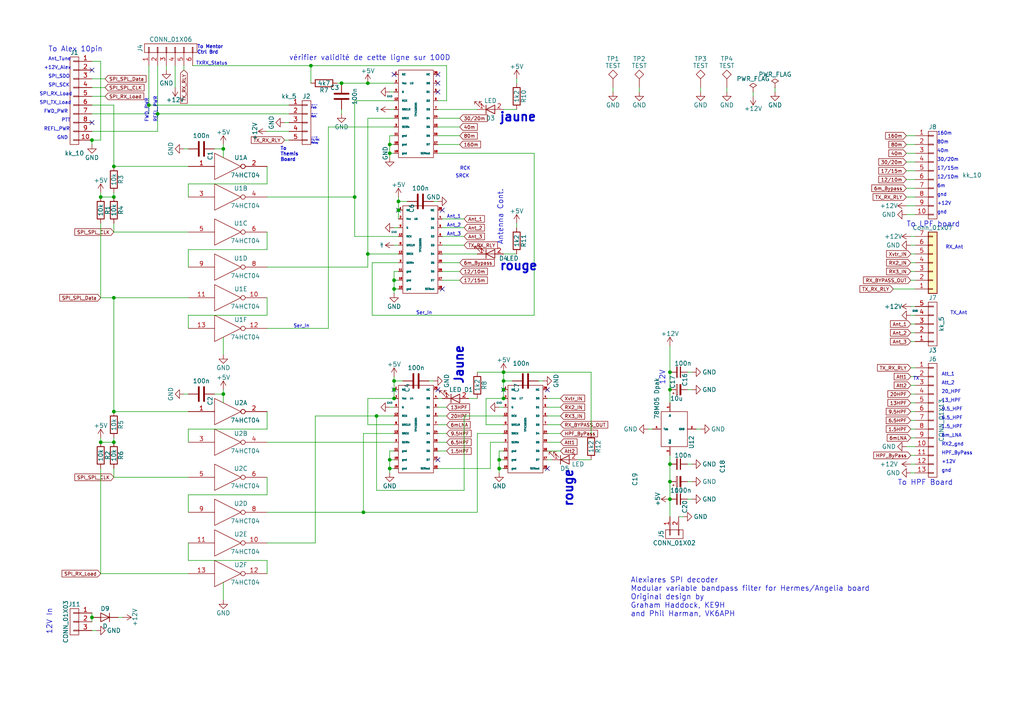
<source format=kicad_sch>
(kicad_sch (version 20230121) (generator eeschema)
  (paper "A4")
  (junction (at 114.3 110.49))
  (junction (at 29.21 57.15))
  (junction (at 102.87 57.15))
  (junction (at 106.68 73.66))
  (junction (at 146.05 113.03))
  (junction (at 194.31 139.7))
  (junction (at 99.06 24.13))
  (junction (at 26.67 179.07))
  (junction (at 29.21 128.27))
  (junction (at 194.31 134.62))
  (junction (at 26.67 40.64))
  (junction (at 113.03 41.91))
  (junction (at 45.72 33.02))
  (junction (at 146.05 107.95))
  (junction (at 114.3 115.57))
  (junction (at 144.78 135.89))
  (junction (at 114.3 83.82))
  (junction (at 146.05 110.49))
  (junction (at 64.77 43.18))
  (junction (at 194.31 144.78))
  (junction (at 113.03 135.89))
  (junction (at 109.22 120.65))
  (junction (at 113.03 133.35))
  (junction (at 114.3 113.03))
  (junction (at 115.57 60.96))
  (junction (at 33.02 86.36))
  (junction (at 33.02 48.26))
  (junction (at 33.02 128.27))
  (junction (at 90.17 19.05))
  (junction (at 105.41 148.59))
  (junction (at 106.68 24.13))
  (junction (at 64.77 114.3))
  (junction (at 113.03 44.45))
  (junction (at 115.57 58.42))
  (junction (at 146.05 115.57))
  (junction (at 43.18 30.48))
  (junction (at 144.78 133.35))
  (junction (at 114.3 81.28))
  (junction (at 194.31 107.95))
  (junction (at 33.02 119.38))
  (junction (at 194.31 113.03))
  (junction (at 33.02 57.15))
  (no_connect (at 127 21.59))
  (no_connect (at 114.3 21.59))
  (no_connect (at 127 113.03))
  (no_connect (at 158.75 113.03))
  (no_connect (at 127 26.67))
  (no_connect (at 128.27 60.96))
  (no_connect (at 128.27 83.82))
  (no_connect (at 127 24.13))
  (no_connect (at 115.57 60.96))
  (no_connect (at 26.67 35.56))
  (no_connect (at 127 133.35))
  (no_connect (at 158.75 135.89))
  (no_connect (at 114.3 113.03))
  (no_connect (at 146.05 113.03))
  (no_connect (at 26.67 20.32))
  (wire (pts (xy 43.18 33.02) (xy 26.67 33.02)))
  (wire (pts (xy 34.29 179.07) (xy 35.56 179.07)))
  (wire (pts (xy 102.87 29.21) (xy 102.87 57.15)))
  (wire (pts (xy 83.82 33.02) (xy 45.72 33.02)))
  (wire (pts (xy 26.67 17.78) (xy 29.21 17.78)))
  (wire (pts (xy 177.8 25.4) (xy 177.8 26.67)))
  (wire (pts (xy 129.54 120.65) (xy 127 120.65)))
  (wire (pts (xy 262.89 62.23) (xy 265.43 62.23)))
  (wire (pts (xy 77.47 91.44) (xy 54.61 91.44)))
  (wire (pts (xy 106.68 115.57) (xy 106.68 123.19)))
  (wire (pts (xy 154.94 44.45) (xy 154.94 91.44)))
  (wire (pts (xy 146.05 133.35) (xy 144.78 133.35)))
  (wire (pts (xy 133.35 39.37) (xy 127 39.37)))
  (wire (pts (xy 264.16 134.62) (xy 265.43 134.62)))
  (wire (pts (xy 138.43 148.59) (xy 105.41 148.59)))
  (wire (pts (xy 109.22 120.65) (xy 114.3 120.65)))
  (wire (pts (xy 265.43 111.76) (xy 264.16 111.76)))
  (wire (pts (xy 115.57 83.82) (xy 114.3 83.82)))
  (wire (pts (xy 200.66 107.95) (xy 199.39 107.95)))
  (wire (pts (xy 77.47 95.25) (xy 95.25 95.25)))
  (wire (pts (xy 114.3 135.89) (xy 113.03 135.89)))
  (wire (pts (xy 128.27 68.58) (xy 134.62 68.58)))
  (wire (pts (xy 90.17 24.13) (xy 90.17 19.05)))
  (wire (pts (xy 26.67 182.88) (xy 27.94 182.88)))
  (wire (pts (xy 154.94 91.44) (xy 107.95 91.44)))
  (wire (pts (xy 200.66 134.62) (xy 199.39 134.62)))
  (wire (pts (xy 102.87 57.15) (xy 102.87 68.58)))
  (wire (pts (xy 54.61 72.39) (xy 54.61 77.47)))
  (wire (pts (xy 264.16 114.3) (xy 265.43 114.3)))
  (wire (pts (xy 30.48 27.94) (xy 26.67 27.94)))
  (wire (pts (xy 264.16 116.84) (xy 265.43 116.84)))
  (wire (pts (xy 114.3 133.35) (xy 113.03 133.35)))
  (wire (pts (xy 133.35 81.28) (xy 128.27 81.28)))
  (wire (pts (xy 138.43 115.57) (xy 135.89 115.57)))
  (wire (pts (xy 114.3 83.82) (xy 114.3 85.09)))
  (wire (pts (xy 127 135.89) (xy 142.24 135.89)))
  (wire (pts (xy 102.87 68.58) (xy 115.57 68.58)))
  (wire (pts (xy 133.35 41.91) (xy 127 41.91)))
  (wire (pts (xy 138.43 73.66) (xy 128.27 73.66)))
  (wire (pts (xy 146.05 107.95) (xy 171.45 107.95)))
  (wire (pts (xy 106.68 77.47) (xy 77.47 77.47)))
  (wire (pts (xy 113.03 44.45) (xy 113.03 45.72)))
  (wire (pts (xy 185.42 25.4) (xy 185.42 26.67)))
  (wire (pts (xy 149.86 64.77) (xy 149.86 66.04)))
  (wire (pts (xy 53.34 19.05) (xy 53.34 20.32)))
  (wire (pts (xy 115.57 57.15) (xy 115.57 58.42)))
  (wire (pts (xy 264.16 99.06) (xy 265.43 99.06)))
  (wire (pts (xy 264.16 132.08) (xy 265.43 132.08)))
  (wire (pts (xy 162.56 120.65) (xy 158.75 120.65)))
  (wire (pts (xy 33.02 67.31) (xy 33.02 64.77)))
  (wire (pts (xy 114.3 113.03) (xy 114.3 115.57)))
  (wire (pts (xy 77.47 48.26) (xy 77.47 53.34)))
  (wire (pts (xy 33.02 86.36) (xy 54.61 86.36)))
  (wire (pts (xy 26.67 177.8) (xy 26.67 179.07)))
  (wire (pts (xy 64.77 43.18) (xy 64.77 45.72)))
  (wire (pts (xy 134.62 120.65) (xy 134.62 142.24)))
  (wire (pts (xy 115.57 71.12) (xy 114.3 71.12)))
  (wire (pts (xy 77.47 162.56) (xy 54.61 162.56)))
  (wire (pts (xy 77.47 143.51) (xy 54.61 143.51)))
  (wire (pts (xy 77.47 67.31) (xy 77.47 72.39)))
  (wire (pts (xy 45.72 38.1) (xy 26.67 38.1)))
  (wire (pts (xy 114.3 29.21) (xy 102.87 29.21)))
  (wire (pts (xy 106.68 34.29) (xy 114.3 34.29)))
  (wire (pts (xy 43.18 19.05) (xy 43.18 30.48)))
  (wire (pts (xy 262.89 49.53) (xy 265.43 49.53)))
  (wire (pts (xy 26.67 179.07) (xy 26.67 180.34)))
  (wire (pts (xy 262.89 59.69) (xy 265.43 59.69)))
  (wire (pts (xy 48.26 20.32) (xy 48.26 19.05)))
  (wire (pts (xy 146.05 128.27) (xy 142.24 128.27)))
  (wire (pts (xy 194.31 144.78) (xy 194.31 149.86)))
  (wire (pts (xy 264.16 76.2) (xy 265.43 76.2)))
  (wire (pts (xy 109.22 142.24) (xy 109.22 120.65)))
  (wire (pts (xy 224.79 25.4) (xy 224.79 26.67)))
  (wire (pts (xy 77.47 72.39) (xy 54.61 72.39)))
  (wire (pts (xy 54.61 162.56) (xy 54.61 157.48)))
  (wire (pts (xy 264.16 93.98) (xy 265.43 93.98)))
  (wire (pts (xy 54.61 91.44) (xy 54.61 95.25)))
  (wire (pts (xy 33.02 48.26) (xy 54.61 48.26)))
  (wire (pts (xy 77.47 57.15) (xy 102.87 57.15)))
  (wire (pts (xy 115.57 58.42) (xy 115.57 60.96)))
  (wire (pts (xy 127 29.21) (xy 129.54 29.21)))
  (wire (pts (xy 262.89 129.54) (xy 265.43 129.54)))
  (wire (pts (xy 106.68 73.66) (xy 106.68 77.47)))
  (wire (pts (xy 115.57 66.04) (xy 114.3 66.04)))
  (wire (pts (xy 265.43 83.82) (xy 259.08 83.82)))
  (wire (pts (xy 64.77 168.91) (xy 64.77 173.99)))
  (wire (pts (xy 264.16 73.66) (xy 265.43 73.66)))
  (wire (pts (xy 105.41 125.73) (xy 105.41 148.59)))
  (wire (pts (xy 115.57 60.96) (xy 115.57 63.5)))
  (wire (pts (xy 54.61 53.34) (xy 54.61 57.15)))
  (wire (pts (xy 29.21 166.37) (xy 54.61 166.37)))
  (wire (pts (xy 262.89 44.45) (xy 265.43 44.45)))
  (wire (pts (xy 133.35 78.74) (xy 128.27 78.74)))
  (wire (pts (xy 138.43 125.73) (xy 138.43 148.59)))
  (wire (pts (xy 158.75 123.19) (xy 162.56 123.19)))
  (wire (pts (xy 262.89 54.61) (xy 265.43 54.61)))
  (wire (pts (xy 114.3 110.49) (xy 114.3 113.03)))
  (wire (pts (xy 198.12 149.86) (xy 196.85 149.86)))
  (wire (pts (xy 146.05 107.95) (xy 146.05 110.49)))
  (wire (pts (xy 45.72 33.02) (xy 45.72 38.1)))
  (wire (pts (xy 77.47 86.36) (xy 77.47 91.44)))
  (wire (pts (xy 167.64 133.35) (xy 171.45 133.35)))
  (wire (pts (xy 114.3 109.22) (xy 114.3 110.49)))
  (wire (pts (xy 264.16 96.52) (xy 265.43 96.52)))
  (wire (pts (xy 64.77 41.91) (xy 64.77 43.18)))
  (wire (pts (xy 194.31 107.95) (xy 194.31 113.03)))
  (wire (pts (xy 133.35 34.29) (xy 127 34.29)))
  (wire (pts (xy 210.82 25.4) (xy 210.82 26.67)))
  (wire (pts (xy 33.02 127) (xy 33.02 128.27)))
  (wire (pts (xy 113.03 135.89) (xy 113.03 137.16)))
  (wire (pts (xy 62.23 114.3) (xy 64.77 114.3)))
  (wire (pts (xy 114.3 81.28) (xy 114.3 83.82)))
  (wire (pts (xy 144.78 130.81) (xy 144.78 133.35)))
  (wire (pts (xy 91.44 120.65) (xy 91.44 157.48)))
  (wire (pts (xy 29.21 64.77) (xy 29.21 86.36)))
  (wire (pts (xy 107.95 76.2) (xy 115.57 76.2)))
  (wire (pts (xy 264.16 88.9) (xy 265.43 88.9)))
  (wire (pts (xy 64.77 114.3) (xy 64.77 116.84)))
  (wire (pts (xy 264.16 121.92) (xy 265.43 121.92)))
  (wire (pts (xy 138.43 31.75) (xy 127 31.75)))
  (wire (pts (xy 264.16 119.38) (xy 265.43 119.38)))
  (wire (pts (xy 194.31 100.33) (xy 194.31 107.95)))
  (wire (pts (xy 77.47 53.34) (xy 54.61 53.34)))
  (wire (pts (xy 106.68 24.13) (xy 114.3 24.13)))
  (wire (pts (xy 158.75 130.81) (xy 162.56 130.81)))
  (wire (pts (xy 146.05 120.65) (xy 134.62 120.65)))
  (wire (pts (xy 264.16 127) (xy 265.43 127)))
  (wire (pts (xy 64.77 113.03) (xy 64.77 114.3)))
  (wire (pts (xy 113.03 130.81) (xy 113.03 133.35)))
  (wire (pts (xy 29.21 128.27) (xy 29.21 127)))
  (wire (pts (xy 33.02 119.38) (xy 54.61 119.38)))
  (wire (pts (xy 200.66 113.03) (xy 199.39 113.03)))
  (wire (pts (xy 146.05 113.03) (xy 146.05 115.57)))
  (wire (pts (xy 77.47 166.37) (xy 77.47 162.56)))
  (wire (pts (xy 194.31 134.62) (xy 194.31 139.7)))
  (wire (pts (xy 140.97 115.57) (xy 146.05 115.57)))
  (wire (pts (xy 115.57 81.28) (xy 114.3 81.28)))
  (wire (pts (xy 203.2 25.4) (xy 203.2 26.67)))
  (wire (pts (xy 128.27 66.04) (xy 134.62 66.04)))
  (wire (pts (xy 29.21 86.36) (xy 33.02 86.36)))
  (wire (pts (xy 26.67 30.48) (xy 33.02 30.48)))
  (wire (pts (xy 146.05 135.89) (xy 144.78 135.89)))
  (wire (pts (xy 118.11 58.42) (xy 115.57 58.42)))
  (wire (pts (xy 146.05 73.66) (xy 149.86 73.66)))
  (wire (pts (xy 146.05 110.49) (xy 146.05 113.03)))
  (wire (pts (xy 200.66 139.7) (xy 199.39 139.7)))
  (wire (pts (xy 194.31 139.7) (xy 194.31 144.78)))
  (wire (pts (xy 62.23 43.18) (xy 64.77 43.18)))
  (wire (pts (xy 129.54 125.73) (xy 127 125.73)))
  (wire (pts (xy 29.21 57.15) (xy 29.21 55.88)))
  (wire (pts (xy 45.72 19.05) (xy 45.72 33.02)))
  (wire (pts (xy 265.43 81.28) (xy 264.16 81.28)))
  (wire (pts (xy 158.75 128.27) (xy 162.56 128.27)))
  (wire (pts (xy 146.05 130.81) (xy 144.78 130.81)))
  (wire (pts (xy 264.16 91.44) (xy 265.43 91.44)))
  (wire (pts (xy 160.02 133.35) (xy 158.75 133.35)))
  (wire (pts (xy 129.54 123.19) (xy 127 123.19)))
  (wire (pts (xy 144.78 133.35) (xy 144.78 135.89)))
  (wire (pts (xy 200.66 144.78) (xy 199.39 144.78)))
  (wire (pts (xy 262.89 46.99) (xy 265.43 46.99)))
  (wire (pts (xy 264.16 137.16) (xy 265.43 137.16)))
  (wire (pts (xy 29.21 17.78) (xy 29.21 40.64)))
  (wire (pts (xy 129.54 130.81) (xy 127 130.81)))
  (wire (pts (xy 128.27 115.57) (xy 127 115.57)))
  (wire (pts (xy 262.89 41.91) (xy 265.43 41.91)))
  (wire (pts (xy 140.97 123.19) (xy 140.97 115.57)))
  (wire (pts (xy 50.8 19.05) (xy 50.8 25.4)))
  (wire (pts (xy 129.54 128.27) (xy 127 128.27)))
  (wire (pts (xy 113.03 39.37) (xy 113.03 41.91)))
  (wire (pts (xy 82.55 35.56) (xy 83.82 35.56)))
  (wire (pts (xy 262.89 52.07) (xy 265.43 52.07)))
  (wire (pts (xy 264.16 78.74) (xy 265.43 78.74)))
  (wire (pts (xy 54.61 67.31) (xy 33.02 67.31)))
  (wire (pts (xy 114.3 41.91) (xy 113.03 41.91)))
  (wire (pts (xy 106.68 34.29) (xy 106.68 73.66)))
  (wire (pts (xy 91.44 120.65) (xy 109.22 120.65)))
  (wire (pts (xy 113.03 133.35) (xy 113.03 135.89)))
  (wire (pts (xy 77.47 119.38) (xy 77.47 124.46)))
  (wire (pts (xy 146.05 31.75) (xy 149.86 31.75)))
  (wire (pts (xy 106.68 73.66) (xy 115.57 73.66)))
  (wire (pts (xy 129.54 118.11) (xy 127 118.11)))
  (wire (pts (xy 29.21 135.89) (xy 29.21 166.37)))
  (wire (pts (xy 264.16 124.46) (xy 265.43 124.46)))
  (wire (pts (xy 30.48 25.4) (xy 26.67 25.4)))
  (wire (pts (xy 114.3 44.45) (xy 113.03 44.45)))
  (wire (pts (xy 114.3 118.11) (xy 113.03 118.11)))
  (wire (pts (xy 83.82 40.64) (xy 82.55 40.64)))
  (wire (pts (xy 114.3 26.67) (xy 113.03 26.67)))
  (wire (pts (xy 83.82 30.48) (xy 43.18 30.48)))
  (wire (pts (xy 127 44.45) (xy 154.94 44.45)))
  (wire (pts (xy 90.17 19.05) (xy 55.88 19.05)))
  (wire (pts (xy 218.44 26.67) (xy 218.44 27.94)))
  (wire (pts (xy 33.02 55.88) (xy 33.02 57.15)))
  (wire (pts (xy 33.02 57.15) (xy 29.21 57.15)))
  (wire (pts (xy 146.05 125.73) (xy 138.43 125.73)))
  (wire (pts (xy 54.61 143.51) (xy 54.61 148.59)))
  (wire (pts (xy 114.3 115.57) (xy 106.68 115.57)))
  (wire (pts (xy 124.46 110.49) (xy 125.73 110.49)))
  (wire (pts (xy 43.18 30.48) (xy 43.18 33.02)))
  (wire (pts (xy 54.61 114.3) (xy 53.34 114.3)))
  (wire (pts (xy 105.41 125.73) (xy 114.3 125.73)))
  (wire (pts (xy 201.93 124.46) (xy 203.2 124.46)))
  (wire (pts (xy 134.62 142.24) (xy 109.22 142.24)))
  (wire (pts (xy 114.3 31.75) (xy 113.03 31.75)))
  (wire (pts (xy 125.73 58.42) (xy 127 58.42)))
  (wire (pts (xy 91.44 157.48) (xy 77.47 157.48)))
  (wire (pts (xy 95.25 36.83) (xy 114.3 36.83)))
  (wire (pts (xy 107.95 91.44) (xy 107.95 76.2)))
  (wire (pts (xy 114.3 78.74) (xy 114.3 81.28)))
  (wire (pts (xy 162.56 118.11) (xy 158.75 118.11)))
  (wire (pts (xy 97.79 24.13) (xy 99.06 24.13)))
  (wire (pts (xy 95.25 95.25) (xy 95.25 36.83)))
  (wire (pts (xy 162.56 125.73) (xy 158.75 125.73)))
  (wire (pts (xy 133.35 76.2) (xy 128.27 76.2)))
  (wire (pts (xy 171.45 107.95) (xy 171.45 125.73)))
  (wire (pts (xy 54.61 124.46) (xy 54.61 128.27)))
  (wire (pts (xy 77.47 138.43) (xy 77.47 143.51)))
  (wire (pts (xy 162.56 115.57) (xy 158.75 115.57)))
  (wire (pts (xy 148.59 110.49) (xy 146.05 110.49)))
  (wire (pts (xy 114.3 130.81) (xy 113.03 130.81)))
  (wire (pts (xy 194.31 113.03) (xy 194.31 116.84)))
  (wire (pts (xy 129.54 29.21) (xy 129.54 19.05)))
  (wire (pts (xy 54.61 43.18) (xy 53.34 43.18)))
  (wire (pts (xy 129.54 19.05) (xy 90.17 19.05)))
  (wire (pts (xy 156.21 110.49) (xy 157.48 110.49)))
  (wire (pts (xy 54.61 138.43) (xy 33.02 138.43)))
  (wire (pts (xy 116.84 110.49) (xy 114.3 110.49)))
  (wire (pts (xy 33.02 86.36) (xy 33.02 119.38)))
  (wire (pts (xy 33.02 30.48) (xy 33.02 48.26)))
  (wire (pts (xy 144.78 118.11) (xy 146.05 118.11)))
  (wire (pts (xy 133.35 36.83) (xy 127 36.83)))
  (wire (pts (xy 114.3 39.37) (xy 113.03 39.37)))
  (wire (pts (xy 113.03 41.91) (xy 113.03 44.45)))
  (wire (pts (xy 189.23 124.46) (xy 187.96 124.46)))
  (wire (pts (xy 64.77 97.79) (xy 64.77 102.87)))
  (wire (pts (xy 26.67 40.64) (xy 26.67 41.91)))
  (wire (pts (xy 105.41 148.59) (xy 77.47 148.59)))
  (wire (pts (xy 194.31 132.08) (xy 194.31 134.62)))
  (wire (pts (xy 83.82 38.1) (xy 77.47 38.1)))
  (wire (pts (xy 115.57 78.74) (xy 114.3 78.74)))
  (wire (pts (xy 146.05 123.19) (xy 140.97 123.19)))
  (wire (pts (xy 265.43 106.68) (xy 264.16 106.68)))
  (wire (pts (xy 144.78 135.89) (xy 144.78 137.16)))
  (wire (pts (xy 142.24 128.27) (xy 142.24 135.89)))
  (wire (pts (xy 99.06 24.13) (xy 106.68 24.13)))
  (wire (pts (xy 29.21 40.64) (xy 26.67 40.64)))
  (wire (pts (xy 265.43 109.22) (xy 264.16 109.22)))
  (wire (pts (xy 138.43 107.95) (xy 146.05 107.95)))
  (wire (pts (xy 77.47 128.27) (xy 114.3 128.27)))
  (wire (pts (xy 264.16 68.58) (xy 265.43 68.58)))
  (wire (pts (xy 128.27 63.5) (xy 134.62 63.5)))
  (wire (pts (xy 149.86 22.86) (xy 149.86 24.13)))
  (wire (pts (xy 99.06 31.75) (xy 99.06 33.02)))
  (wire (pts (xy 30.48 22.86) (xy 26.67 22.86)))
  (wire (pts (xy 264.16 71.12) (xy 265.43 71.12)))
  (wire (pts (xy 33.02 138.43) (xy 33.02 135.89)))
  (wire (pts (xy 77.47 124.46) (xy 54.61 124.46)))
  (wire (pts (xy 128.27 71.12) (xy 134.62 71.12)))
  (wire (pts (xy 33.02 128.27) (xy 29.21 128.27)))
  (wire (pts (xy 262.89 57.15) (xy 265.43 57.15)))
  (wire (pts (xy 106.68 123.19) (xy 114.3 123.19)))
  (wire (pts (xy 262.89 39.37) (xy 265.43 39.37)))
  (text "GND\n" (at 16.51 40.64 0) (effects (font (size 0.9906 0.9906)) (justify left bottom)))
  (text "rouge\n" (at 166.37 147.32 90) (effects (font (size 2.54 2.54) (thickness 0.508) bold) (justify left bottom)))
  (text "RCK\n" (at 133.35 49.53 0) (effects (font (size 0.9906 0.9906)) (justify left bottom)))
  (text "Att_2" (at 273.05 111.76 0) (effects (font (size 0.9906 0.9906)) (justify left bottom)))
  (text "jaune\n" (at 144.78 35.56 0) (effects (font (size 2.54 2.54) (thickness 0.508) bold) (justify left bottom)))
  (text "REFL_PWR\n" (at 12.7 38.1 0) (effects (font (size 0.9906 0.9906)) (justify left bottom)))
  (text "12/10m" (at 271.78 52.07 0) (effects (font (size 0.9906 0.9906)) (justify left bottom)))
  (text "Att_1\n" (at 273.05 109.22 0) (effects (font (size 0.9906 0.9906)) (justify left bottom)))
  (text "HPF_ByPass" (at 273.05 132.08 0) (effects (font (size 0.9906 0.9906)) (justify left bottom)))
  (text "-->\nTX/RX\nRelay" (at 90.17 41.91 0) (effects (font (size 0.508 0.508)) (justify left bottom)))
  (text "Ant_2" (at 129.54 66.04 0) (effects (font (size 0.9906 0.9906)) (justify left bottom)))
  (text "SPI_RX_Load" (at 11.43 27.94 0) (effects (font (size 0.9906 0.9906)) (justify left bottom)))
  (text "RX_Ant\n" (at 279.4 72.39 0) (effects (font (size 0.9906 0.9906)) (justify right bottom)))
  (text "TX" (at 266.7 110.49 0) (effects (font (size 0.9906 0.9906)) (justify right bottom)))
  (text "TX_Ant" (at 275.59 91.44 0) (effects (font (size 0.9906 0.9906)) (justify left bottom)))
  (text "REFL_PWR" (at 45.72 35.56 90) (effects (font (size 0.9906 0.9906)) (justify left bottom)))
  (text "SPI_TX_Load\n" (at 11.43 30.48 0) (effects (font (size 0.9906 0.9906)) (justify left bottom)))
  (text "To LPF board" (at 262.89 66.04 0) (effects (font (size 1.524 1.524)) (justify left bottom)))
  (text "Ant_Tune" (at 13.97 17.78 0) (effects (font (size 0.9906 0.9906)) (justify left bottom)))
  (text "To Mentor\nCtrl Brd\n\n\n" (at 57.15 19.05 0) (effects (font (size 0.9906 0.9906) (thickness 0.1981) bold) (justify left bottom)))
  (text "80m\n" (at 271.78 41.91 0) (effects (font (size 0.9906 0.9906)) (justify left bottom)))
  (text "Ant_3\n" (at 129.54 68.58 0) (effects (font (size 0.9906 0.9906)) (justify left bottom)))
  (text "Ant_1\n" (at 129.54 63.5 0) (effects (font (size 0.9906 0.9906)) (justify left bottom)))
  (text "17/15m\n" (at 271.78 49.53 0) (effects (font (size 0.9906 0.9906)) (justify left bottom)))
  (text "Ser_In" (at 120.65 91.44 0) (effects (font (size 0.9906 0.9906)) (justify left bottom)))
  (text "12V In" (at 15.24 184.15 90) (effects (font (size 1.524 1.524)) (justify left bottom)))
  (text "To Alex 10pin\n" (at 13.97 15.24 0) (effects (font (size 1.4986 1.4986)) (justify left bottom)))
  (text "<--\nRefl" (at 90.17 34.29 0) (effects (font (size 0.508 0.508)) (justify left bottom)))
  (text "40m\n" (at 271.78 44.45 0) (effects (font (size 0.9906 0.9906)) (justify left bottom)))
  (text "<--\nFWD" (at 90.17 31.75 0) (effects (font (size 0.508 0.508)) (justify left bottom)))
  (text "gnd\n" (at 271.78 62.23 0) (effects (font (size 0.9906 0.9906)) (justify left bottom)))
  (text "Jaune" (at 134.62 111.76 90) (effects (font (size 2.54 2.54) (thickness 0.508) bold) (justify left bottom)))
  (text "FWD_PWR" (at 12.7 33.02 0) (effects (font (size 0.9906 0.9906)) (justify left bottom)))
  (text "TXRX_Status" (at 66.04 19.05 0) (effects (font (size 0.9906 0.9906)) (justify right bottom)))
  (text "PTT" (at 17.78 35.56 0) (effects (font (size 0.9906 0.9906)) (justify left bottom)))
  (text "gnd\n" (at 271.78 57.15 0) (effects (font (size 0.9906 0.9906)) (justify left bottom)))
  (text "gnd\n" (at 273.05 137.16 0) (effects (font (size 0.9906 0.9906)) (justify left bottom)))
  (text "RX2_gnd" (at 273.05 129.54 0) (effects (font (size 0.9906 0.9906)) (justify left bottom)))
  (text "rouge" (at 144.78 78.74 0) (effects (font (size 2.54 2.54) (thickness 0.508) bold) (justify left bottom)))
  (text "+12V_Alex" (at 12.7 20.32 0) (effects (font (size 0.9906 0.9906)) (justify left bottom)))
  (text "13_HPF" (at 273.05 116.84 0) (effects (font (size 0.9906 0.9906)) (justify left bottom)))
  (text "SPI_SDO\n" (at 13.97 22.86 0) (effects (font (size 0.9906 0.9906)) (justify left bottom)))
  (text "vérifier validité de cette ligne sur 100D\n" (at 83.82 17.78 0) (effects (font (size 1.524 1.524)) (justify left bottom)))
  (text "SPI_SCK\n" (at 13.97 25.4 0) (effects (font (size 0.9906 0.9906)) (justify left bottom)))
  (text "Ser_In" (at 85.09 95.25 0) (effects (font (size 0.9906 0.9906)) (justify left bottom)))
  (text "Antenna Cont." (at 146.05 71.12 90) (effects (font (size 1.524 1.524)) (justify left bottom)))
  (text "To HPF Board" (at 260.35 140.97 0) (effects (font (size 1.524 1.524)) (justify left bottom)))
  (text "6m_LNA\n" (at 273.05 127 0) (effects (font (size 0.9906 0.9906)) (justify left bottom)))
  (text "1.5_HPF\n" (at 273.05 124.46 0) (effects (font (size 0.9906 0.9906)) (justify left bottom)))
  (text "30/20m\n" (at 271.78 46.99 0) (effects (font (size 0.9906 0.9906)) (justify left bottom)))
  (text "+12V\n" (at 271.78 59.69 0) (effects (font (size 0.9906 0.9906)) (justify left bottom)))
  (text "SRCK\n\n" (at 132.08 53.34 0) (effects (font (size 0.9906 0.9906)) (justify left bottom)))
  (text "6m" (at 271.78 54.61 0) (effects (font (size 0.9906 0.9906)) (justify left bottom)))
  (text "6.5_HPF" (at 273.05 121.92 0) (effects (font (size 0.9906 0.9906)) (justify left bottom)))
  (text "Alexiares SPI decoder\nModular variable bandpass filter for Hermes/Angelia board\nOriginal design by \nGraham Haddock, KE9H\nand Phil Harman, VK6APH" (at 182.88 179.07 0) (effects (font (size 1.524 1.524)) (justify left bottom)))
  (text "+12V\n" (at 273.05 134.62 0) (effects (font (size 0.9906 0.9906)) (justify left bottom)))
  (text "20_HPF\n" (at 273.05 114.3 0) (effects (font (size 0.9906 0.9906)) (justify left bottom)))
  (text "9.5_HPF" (at 273.05 119.38 0) (effects (font (size 0.9906 0.9906)) (justify left bottom)))
  (text "12V\n" (at 193.04 111.76 90) (effects (font (size 1.524 1.524)) (justify left bottom)))
  (text "FWD_PWR\n" (at 43.18 35.56 90) (effects (font (size 0.9906 0.9906)) (justify left bottom)))
  (text "To\nThemis\nBoard" (at 81.28 46.99 0) (effects (font (size 0.9906 0.9906) (thickness 0.1981) bold) (justify left bottom)))
  (text "160m" (at 271.78 39.37 0) (effects (font (size 0.9906 0.9906)) (justify left bottom)))
  (global_label "Att2" (shape input) (at 264.16 111.76 180) (effects (font (size 0.9906 0.9906))) (property "Intersheetrefs" "${INTERSHEET_REFS}" (effects hide)))
  (global_label "80m" (shape input) (at 262.89 41.91 180) (effects (font (size 0.9906 0.9906))) (property "Intersheetrefs" "${INTERSHEET_REFS}" (effects hide)))
  (global_label "SPI_SPL_CLK" (shape input) (at 33.02 138.43 180) (effects (font (size 0.9906 0.9906))) (property "Intersheetrefs" "${INTERSHEET_REFS}" (effects hide)))
  (global_label "Xvtr_IN" (shape input) (at 162.56 115.57 0) (effects (font (size 0.9906 0.9906))) (property "Intersheetrefs" "${INTERSHEET_REFS}" (effects hide)))
  (global_label "13HPF" (shape input) (at 264.16 116.84 180) (effects (font (size 0.9906 0.9906))) (property "Intersheetrefs" "${INTERSHEET_REFS}" (effects hide)))
  (global_label "Ant_1" (shape input) (at 134.62 63.5 0) (effects (font (size 0.9906 0.9906))) (property "Intersheetrefs" "${INTERSHEET_REFS}" (effects hide)))
  (global_label "40m" (shape input) (at 262.89 44.45 180) (effects (font (size 0.9906 0.9906))) (property "Intersheetrefs" "${INTERSHEET_REFS}" (effects hide)))
  (global_label "SPI_RX_Load" (shape input) (at 30.48 27.94 0) (effects (font (size 0.9906 0.9906))) (property "Intersheetrefs" "${INTERSHEET_REFS}" (effects hide)))
  (global_label "RX2_IN" (shape input) (at 162.56 118.11 0) (effects (font (size 0.9906 0.9906))) (property "Intersheetrefs" "${INTERSHEET_REFS}" (effects hide)))
  (global_label "160m" (shape input) (at 133.35 41.91 0) (effects (font (size 0.9906 0.9906))) (property "Intersheetrefs" "${INTERSHEET_REFS}" (effects hide)))
  (global_label "1.5HPF" (shape input) (at 264.16 124.46 180) (effects (font (size 0.9906 0.9906))) (property "Intersheetrefs" "${INTERSHEET_REFS}" (effects hide)))
  (global_label "160m" (shape input) (at 262.89 39.37 180) (effects (font (size 0.9906 0.9906))) (property "Intersheetrefs" "${INTERSHEET_REFS}" (effects hide)))
  (global_label "13HPF" (shape input) (at 129.54 118.11 0) (effects (font (size 0.9906 0.9906))) (property "Intersheetrefs" "${INTERSHEET_REFS}" (effects hide)))
  (global_label "12/10m" (shape input) (at 133.35 78.74 0) (effects (font (size 0.9906 0.9906))) (property "Intersheetrefs" "${INTERSHEET_REFS}" (effects hide)))
  (global_label "SPI_SPL_Data" (shape input) (at 29.21 86.36 180) (effects (font (size 0.9906 0.9906))) (property "Intersheetrefs" "${INTERSHEET_REFS}" (effects hide)))
  (global_label "Ant_2" (shape input) (at 264.16 96.52 180) (effects (font (size 0.9906 0.9906))) (property "Intersheetrefs" "${INTERSHEET_REFS}" (effects hide)))
  (global_label "RX2_IN" (shape input) (at 264.16 76.2 180) (effects (font (size 0.9906 0.9906))) (property "Intersheetrefs" "${INTERSHEET_REFS}" (effects hide)))
  (global_label "20HPF" (shape input) (at 129.54 120.65 0) (effects (font (size 0.9906 0.9906))) (property "Intersheetrefs" "${INTERSHEET_REFS}" (effects hide)))
  (global_label "Ant_2" (shape input) (at 134.62 66.04 0) (effects (font (size 0.9906 0.9906))) (property "Intersheetrefs" "${INTERSHEET_REFS}" (effects hide)))
  (global_label "6mLNA" (shape input) (at 264.16 127 180) (effects (font (size 0.9906 0.9906))) (property "Intersheetrefs" "${INTERSHEET_REFS}" (effects hide)))
  (global_label "RX_BYPASS_OUT" (shape input) (at 264.16 81.28 180) (effects (font (size 0.9906 0.9906))) (property "Intersheetrefs" "${INTERSHEET_REFS}" (effects hide)))
  (global_label "TX_RX_RLY" (shape input) (at 262.89 57.15 180) (effects (font (size 0.9906 0.9906))) (property "Intersheetrefs" "${INTERSHEET_REFS}" (effects hide)))
  (global_label "SPI_SPL_CLK" (shape input) (at 30.48 25.4 0) (effects (font (size 0.9906 0.9906))) (property "Intersheetrefs" "${INTERSHEET_REFS}" (effects hide)))
  (global_label "RX_BYPASS_OUT" (shape input) (at 162.56 123.19 0) (effects (font (size 0.9906 0.9906))) (property "Intersheetrefs" "${INTERSHEET_REFS}" (effects hide)))
  (global_label "TX_RX_RLY" (shape input) (at 53.34 20.32 270) (effects (font (size 0.9906 0.9906))) (property "Intersheetrefs" "${INTERSHEET_REFS}" (effects hide)))
  (global_label "Att1" (shape input) (at 264.16 109.22 180) (effects (font (size 0.9906 0.9906))) (property "Intersheetrefs" "${INTERSHEET_REFS}" (effects hide)))
  (global_label "SPI_SPL_CLK" (shape input) (at 33.02 67.31 180) (effects (font (size 0.9906 0.9906))) (property "Intersheetrefs" "${INTERSHEET_REFS}" (effects hide)))
  (global_label "TX_RX_RLY" (shape input) (at 264.16 106.68 180) (effects (font (size 0.9906 0.9906))) (property "Intersheetrefs" "${INTERSHEET_REFS}" (effects hide)))
  (global_label "6m_Bypass" (shape input) (at 262.89 54.61 180) (effects (font (size 0.9906 0.9906))) (property "Intersheetrefs" "${INTERSHEET_REFS}" (effects hide)))
  (global_label "17/15m" (shape input) (at 262.89 49.53 180) (effects (font (size 0.9906 0.9906))) (property "Intersheetrefs" "${INTERSHEET_REFS}" (effects hide)))
  (global_label "12/10m" (shape input) (at 262.89 52.07 180) (effects (font (size 0.9906 0.9906))) (property "Intersheetrefs" "${INTERSHEET_REFS}" (effects hide)))
  (global_label "9.5HPF" (shape input) (at 264.16 119.38 180) (effects (font (size 0.9906 0.9906))) (property "Intersheetrefs" "${INTERSHEET_REFS}" (effects hide)))
  (global_label "Att1" (shape input) (at 162.56 128.27 0) (effects (font (size 0.9906 0.9906))) (property "Intersheetrefs" "${INTERSHEET_REFS}" (effects hide)))
  (global_label "40m" (shape input) (at 133.35 36.83 0) (effects (font (size 0.9906 0.9906))) (property "Intersheetrefs" "${INTERSHEET_REFS}" (effects hide)))
  (global_label "TX_RX_RLY" (shape input) (at 259.08 83.82 180) (effects (font (size 0.9906 0.9906))) (property "Intersheetrefs" "${INTERSHEET_REFS}" (effects hide)))
  (global_label "RX3_IN" (shape input) (at 264.16 78.74 180) (effects (font (size 0.9906 0.9906))) (property "Intersheetrefs" "${INTERSHEET_REFS}" (effects hide)))
  (global_label "Ant_3" (shape input) (at 134.62 68.58 0) (effects (font (size 0.9906 0.9906))) (property "Intersheetrefs" "${INTERSHEET_REFS}" (effects hide)))
  (global_label "30/20m" (shape input) (at 133.35 34.29 0) (effects (font (size 0.9906 0.9906))) (property "Intersheetrefs" "${INTERSHEET_REFS}" (effects hide)))
  (global_label "9.5HPF" (shape input) (at 129.54 125.73 0) (effects (font (size 0.9906 0.9906))) (property "Intersheetrefs" "${INTERSHEET_REFS}" (effects hide)))
  (global_label "Xvtr_IN" (shape input) (at 264.16 73.66 180) (effects (font (size 0.9906 0.9906))) (property "Intersheetrefs" "${INTERSHEET_REFS}" (effects hide)))
  (global_label "6mLNA" (shape input) (at 129.54 123.19 0) (effects (font (size 0.9906 0.9906))) (property "Intersheetrefs" "${INTERSHEET_REFS}" (effects hide)))
  (global_label "6.5HPF" (shape input) (at 264.16 121.92 180) (effects (font (size 0.9906 0.9906))) (property "Intersheetrefs" "${INTERSHEET_REFS}" (effects hide)))
  (global_label "SPI_RX_Load" (shape input) (at 29.21 166.37 180) (effects (font (size 0.9906 0.9906))) (property "Intersheetrefs" "${INTERSHEET_REFS}" (effects hide)))
  (global_label "SPI_SPL_Data" (shape input) (at 30.48 22.86 0) (effects (font (size 0.9906 0.9906))) (property "Intersheetrefs" "${INTERSHEET_REFS}" (effects hide)))
  (global_label "20HPF" (shape input) (at 264.16 114.3 180) (effects (font (size 0.9906 0.9906))) (property "Intersheetrefs" "${INTERSHEET_REFS}" (effects hide)))
  (global_label "Ant_3" (shape input) (at 264.16 99.06 180) (effects (font (size 0.9906 0.9906))) (property "Intersheetrefs" "${INTERSHEET_REFS}" (effects hide)))
  (global_label "TX_RX_RLY" (shape input) (at 134.62 71.12 0) (effects (font (size 0.9906 0.9906))) (property "Intersheetrefs" "${INTERSHEET_REFS}" (effects hide)))
  (global_label "1.5HPF" (shape input) (at 129.54 130.81 0) (effects (font (size 0.9906 0.9906))) (property "Intersheetrefs" "${INTERSHEET_REFS}" (effects hide)))
  (global_label "HPF_ByPass" (shape input) (at 162.56 125.73 0) (effects (font (size 0.9906 0.9906))) (property "Intersheetrefs" "${INTERSHEET_REFS}" (effects hide)))
  (global_label "Att2" (shape input) (at 162.56 130.81 0) (effects (font (size 0.9906 0.9906))) (property "Intersheetrefs" "${INTERSHEET_REFS}" (effects hide)))
  (global_label "RX3_IN" (shape input) (at 162.56 120.65 0) (effects (font (size 0.9906 0.9906))) (property "Intersheetrefs" "${INTERSHEET_REFS}" (effects hide)))
  (global_label "6.5HPF" (shape input) (at 129.54 128.27 0) (effects (font (size 0.9906 0.9906))) (property "Intersheetrefs" "${INTERSHEET_REFS}" (effects hide)))
  (global_label "30/20m" (shape input) (at 262.89 46.99 180) (effects (font (size 0.9906 0.9906))) (property "Intersheetrefs" "${INTERSHEET_REFS}" (effects hide)))
  (global_label "17/15m" (shape input) (at 133.35 81.28 0) (effects (font (size 0.9906 0.9906))) (property "Intersheetrefs" "${INTERSHEET_REFS}" (effects hide)))
  (global_label "TX_RX_RLY" (shape input) (at 82.55 40.64 180) (effects (font (size 0.9906 0.9906))) (property "Intersheetrefs" "${INTERSHEET_REFS}" (effects hide)))
  (global_label "HPF_ByPass" (shape input) (at 264.16 132.08 180) (effects (font (size 0.9906 0.9906))) (property "Intersheetrefs" "${INTERSHEET_REFS}" (effects hide)))
  (global_label "80m" (shape input) (at 133.35 39.37 0) (effects (font (size 0.9906 0.9906))) (property "Intersheetrefs" "${INTERSHEET_REFS}" (effects hide)))
  (global_label "Ant_1" (shape input) (at 264.16 93.98 180) (effects (font (size 0.9906 0.9906))) (property "Intersheetrefs" "${INTERSHEET_REFS}" (effects hide)))
  (global_label "6m_Bypass" (shape input) (at 133.35 76.2 0) (effects (font (size 0.9906 0.9906))) (property "Intersheetrefs" "${INTERSHEET_REFS}" (effects hide)))
  (symbol (lib_id "Alexandrie-rescue:CONN_01X10") (at 21.59 29.21 0) (mirror y) (unit 1)
    (property "Reference" "J1" (at 21.59 15.24 0))
    (property "Value" "kk_10" (at 21.59 44.45 0))
    (property "Footprint" "conn_kk100:kk100_22-23-2101" (effects hide))
  )
  (symbol (lib_id "Alexandrie-rescue:CONN_01X05") (at 88.9 35.56 0) (unit 1)
    (property "Reference" "J2" (at 88.9 27.94 0))
    (property "Value" "kk_5" (at 83.82 27.94 0))
    (property "Footprint" "conn_kk100:kk100_22-23-2051" (effects hide))
  )
  (symbol (lib_id "Alexandrie-rescue:74HCT04") (at 66.04 48.26 0) (unit 1)
    (property "Reference" "U1" (at 69.85 45.72 0))
    (property "Value" "74HCT04" (at 71.12 50.8 0))
    (property "Footprint" "Housings_SOIC:SOIC-14_3.9x8.7mm_Pitch1.27mm" (effects hide))
  )
  (symbol (lib_id "Alexandrie-rescue:74HCT04") (at 66.04 57.15 0) (unit 2)
    (property "Reference" "U1" (at 69.85 54.61 0))
    (property "Value" "74HCT04" (at 71.12 59.69 0))
    (property "Footprint" "Housings_SOIC:SOIC-14_3.9x8.7mm_Pitch1.27mm" (effects hide))
  )
  (symbol (lib_id "Alexandrie-rescue:74HCT04") (at 66.04 77.47 0) (unit 4)
    (property "Reference" "U1" (at 69.85 74.93 0))
    (property "Value" "74HCT04" (at 71.12 80.01 0))
    (property "Footprint" "Housings_SOIC:SOIC-14_3.9x8.7mm_Pitch1.27mm" (effects hide))
  )
  (symbol (lib_id "Alexandrie-rescue:74HCT04") (at 66.04 86.36 0) (unit 5)
    (property "Reference" "U1" (at 69.85 83.82 0))
    (property "Value" "74HCT04" (at 71.12 88.9 0))
    (property "Footprint" "Housings_SOIC:SOIC-14_3.9x8.7mm_Pitch1.27mm" (effects hide))
  )
  (symbol (lib_id "Alexandrie-rescue:74HCT04") (at 66.04 95.25 0) (unit 6)
    (property "Reference" "U1" (at 69.85 92.71 0))
    (property "Value" "74HCT04" (at 71.12 97.79 0))
    (property "Footprint" "Housings_SOIC:SOIC-14_3.9x8.7mm_Pitch1.27mm" (effects hide))
  )
  (symbol (lib_id "Alexandrie-rescue:R") (at 33.02 52.07 0) (unit 1)
    (property "Reference" "R3" (at 35.052 52.07 90))
    (property "Value" "10k" (at 33.02 52.07 90))
    (property "Footprint" "Resistors_SMD:R_0805_HandSoldering" (effects hide))
  )
  (symbol (lib_id "Alexandrie-rescue:R") (at 33.02 60.96 0) (unit 1)
    (property "Reference" "R4" (at 35.052 60.96 90))
    (property "Value" "10k" (at 33.02 60.96 90))
    (property "Footprint" "Resistors_SMD:R_0805_HandSoldering" (effects hide))
  )
  (symbol (lib_id "Alexandrie-rescue:R") (at 29.21 60.96 0) (unit 1)
    (property "Reference" "R1" (at 31.242 60.96 90))
    (property "Value" "10k" (at 29.21 60.96 90))
    (property "Footprint" "Resistors_SMD:R_0805_HandSoldering" (effects hide))
  )
  (symbol (lib_id "Alexandrie-rescue:74HCT04") (at 66.04 67.31 0) (unit 3)
    (property "Reference" "U1" (at 69.85 64.77 0))
    (property "Value" "74HCT04" (at 71.12 69.85 0))
    (property "Footprint" "Housings_SOIC:SOIC-14_3.9x8.7mm_Pitch1.27mm" (effects hide))
  )
  (symbol (lib_id "Alexandrie-rescue:GND") (at 26.67 41.91 0) (unit 1)
    (property "Reference" "#PWR01" (effects hide))
    (property "Value" "GND" (at 26.67 45.72 0))
  )
  (symbol (lib_id "Alexandrie-rescue:GND") (at 224.79 26.67 0) (unit 1)
    (property "Reference" "#PWR02" (effects hide))
    (property "Value" "GND" (at 224.79 30.48 0))
  )
  (symbol (lib_id "Alexandrie-rescue:GND") (at 48.26 20.32 0) (unit 1)
    (property "Reference" "#PWR03" (effects hide))
    (property "Value" "GND" (at 48.26 24.13 0))
  )
  (symbol (lib_id "Alexandrie-rescue:+12V") (at 50.8 25.4 180) (unit 1)
    (property "Reference" "#PWR04" (effects hide))
    (property "Value" "+12V" (at 50.8 28.956 0))
  )
  (symbol (lib_id "Alexandrie-rescue:GND") (at 64.77 102.87 0) (unit 1)
    (property "Reference" "#PWR05" (effects hide))
    (property "Value" "GND" (at 64.77 106.68 0))
  )
  (symbol (lib_id "Alexandrie-rescue:+5V") (at 64.77 41.91 0) (unit 1)
    (property "Reference" "#PWR06" (effects hide))
    (property "Value" "+5V" (at 64.77 38.354 0))
  )
  (symbol (lib_id "Alexandrie-rescue:C") (at 58.42 43.18 270) (unit 1)
    (property "Reference" "C1" (at 60.96 43.815 0) (effects (justify left)))
    (property "Value" "100n" (at 55.88 39.37 90) (effects (justify left)))
    (property "Footprint" "Capacitors_SMD:C_0805_HandSoldering" (effects hide))
  )
  (symbol (lib_id "Alexandrie-rescue:GND") (at 53.34 43.18 270) (unit 1)
    (property "Reference" "#PWR07" (effects hide))
    (property "Value" "GND" (at 49.53 43.18 0))
  )
  (symbol (lib_id "Alexandrie-rescue:R") (at 33.02 123.19 0) (unit 1)
    (property "Reference" "R5" (at 35.052 123.19 90))
    (property "Value" "10k" (at 33.02 123.19 90))
    (property "Footprint" "Resistors_SMD:R_0805_HandSoldering" (effects hide))
  )
  (symbol (lib_id "Alexandrie-rescue:R") (at 33.02 132.08 0) (unit 1)
    (property "Reference" "R6" (at 35.052 132.08 90))
    (property "Value" "10k" (at 33.02 132.08 90))
    (property "Footprint" "Resistors_SMD:R_0805_HandSoldering" (effects hide))
  )
  (symbol (lib_id "Alexandrie-rescue:GND") (at 64.77 173.99 0) (unit 1)
    (property "Reference" "#PWR08" (effects hide))
    (property "Value" "GND" (at 64.77 177.8 0))
  )
  (symbol (lib_id "Alexandrie-rescue:+5V") (at 64.77 113.03 0) (unit 1)
    (property "Reference" "#PWR09" (effects hide))
    (property "Value" "+5V" (at 64.77 109.474 0))
  )
  (symbol (lib_id "Alexandrie-rescue:C") (at 58.42 114.3 270) (unit 1)
    (property "Reference" "C2" (at 60.96 114.935 0) (effects (justify left)))
    (property "Value" "100n" (at 55.88 110.49 90) (effects (justify left)))
    (property "Footprint" "Capacitors_SMD:C_0805_HandSoldering" (effects hide))
  )
  (symbol (lib_id "Alexandrie-rescue:GND") (at 53.34 114.3 270) (unit 1)
    (property "Reference" "#PWR010" (effects hide))
    (property "Value" "GND" (at 49.53 114.3 0))
  )
  (symbol (lib_id "Alexandrie-rescue:R") (at 29.21 132.08 0) (unit 1)
    (property "Reference" "R2" (at 31.242 132.08 90))
    (property "Value" "10k" (at 29.21 132.08 90))
    (property "Footprint" "Resistors_SMD:R_0805_HandSoldering" (effects hide))
  )
  (symbol (lib_id "Alexandrie-rescue:+5V") (at 29.21 127 0) (unit 1)
    (property "Reference" "#PWR011" (effects hide))
    (property "Value" "+5V" (at 29.21 123.444 0))
  )
  (symbol (lib_id "Alexandrie-rescue:74HCT04") (at 66.04 119.38 0) (unit 1)
    (property "Reference" "U2" (at 69.85 116.84 0))
    (property "Value" "74HCT04" (at 71.12 121.92 0))
    (property "Footprint" "Housings_SOIC:SOIC-14_3.9x8.7mm_Pitch1.27mm" (effects hide))
  )
  (symbol (lib_id "Alexandrie-rescue:74HCT04") (at 66.04 138.43 0) (unit 3)
    (property "Reference" "U2" (at 69.85 135.89 0))
    (property "Value" "74HCT04" (at 71.12 140.97 0))
    (property "Footprint" "Housings_SOIC:SOIC-14_3.9x8.7mm_Pitch1.27mm" (effects hide))
  )
  (symbol (lib_id "Alexandrie-rescue:74HCT04") (at 66.04 148.59 0) (unit 4)
    (property "Reference" "U2" (at 69.85 146.05 0))
    (property "Value" "74HCT04" (at 71.12 151.13 0))
    (property "Footprint" "Housings_SOIC:SOIC-14_3.9x8.7mm_Pitch1.27mm" (effects hide))
  )
  (symbol (lib_id "Alexandrie-rescue:74HCT04") (at 66.04 157.48 0) (unit 5)
    (property "Reference" "U2" (at 69.85 154.94 0))
    (property "Value" "74HCT04" (at 71.12 160.02 0))
    (property "Footprint" "Housings_SOIC:SOIC-14_3.9x8.7mm_Pitch1.27mm" (effects hide))
  )
  (symbol (lib_id "Alexandrie-rescue:74HCT04") (at 66.04 166.37 0) (unit 6)
    (property "Reference" "U2" (at 69.85 163.83 0))
    (property "Value" "74HCT04" (at 71.12 168.91 0))
    (property "Footprint" "Housings_SOIC:SOIC-14_3.9x8.7mm_Pitch1.27mm" (effects hide))
  )
  (symbol (lib_id "Alexandrie-rescue:GND") (at 113.03 137.16 0) (unit 1)
    (property "Reference" "#PWR012" (effects hide))
    (property "Value" "GND" (at 113.03 140.97 0))
  )
  (symbol (lib_id "Alexandrie-rescue:GND") (at 144.78 137.16 0) (unit 1)
    (property "Reference" "#PWR013" (effects hide))
    (property "Value" "GND" (at 144.78 140.97 0))
  )
  (symbol (lib_id "Alexandrie-rescue:+5V") (at 114.3 109.22 0) (mirror y) (unit 1)
    (property "Reference" "#PWR014" (effects hide))
    (property "Value" "+5V" (at 114.3 105.664 0))
  )
  (symbol (lib_id "Alexandrie-rescue:C") (at 120.65 110.49 90) (mirror x) (unit 1)
    (property "Reference" "C4" (at 118.11 111.125 0) (effects (justify left)))
    (property "Value" "100n" (at 123.19 106.68 90) (effects (justify left)))
    (property "Footprint" "Capacitors_SMD:C_0805_HandSoldering" (effects hide))
  )
  (symbol (lib_id "Alexandrie-rescue:GND") (at 125.73 110.49 90) (mirror x) (unit 1)
    (property "Reference" "#PWR015" (effects hide))
    (property "Value" "GND" (at 129.54 110.49 0))
  )
  (symbol (lib_id "Alexandrie-rescue:+5V") (at 146.05 107.95 0) (mirror y) (unit 1)
    (property "Reference" "#PWR016" (effects hide))
    (property "Value" "+5V" (at 146.05 104.394 0))
  )
  (symbol (lib_id "Alexandrie-rescue:C") (at 152.4 110.49 90) (mirror x) (unit 1)
    (property "Reference" "C7" (at 149.86 111.125 0) (effects (justify left)))
    (property "Value" "100n" (at 153.67 105.41 90) (effects (justify left)))
    (property "Footprint" "Capacitors_SMD:C_0805_HandSoldering" (effects hide))
  )
  (symbol (lib_id "Alexandrie-rescue:GND") (at 157.48 110.49 90) (mirror x) (unit 1)
    (property "Reference" "#PWR017" (effects hide))
    (property "Value" "GND" (at 161.29 110.49 0))
  )
  (symbol (lib_id "Alexandrie-rescue:GND") (at 113.03 118.11 270) (unit 1)
    (property "Reference" "#PWR018" (effects hide))
    (property "Value" "GND" (at 113.03 116.84 90) (effects (font (size 0.508 0.508))))
  )
  (symbol (lib_id "Alexandrie-rescue:GND") (at 144.78 118.11 270) (unit 1)
    (property "Reference" "#PWR019" (effects hide))
    (property "Value" "GND" (at 144.78 116.84 90) (effects (font (size 0.508 0.508))))
  )
  (symbol (lib_id "Alexandrie-rescue:LED") (at 132.08 115.57 0) (mirror x) (unit 1)
    (property "Reference" "D1" (at 135.89 113.03 0))
    (property "Value" "LED" (at 132.08 113.03 0))
    (property "Footprint" "smd_leds:Led_1206" (effects hide))
  )
  (symbol (lib_id "Alexandrie-rescue:R") (at 138.43 111.76 0) (unit 1)
    (property "Reference" "R8" (at 140.462 111.76 90))
    (property "Value" "1k2" (at 138.43 111.76 90))
    (property "Footprint" "Resistors_SMD:R_0805_HandSoldering" (effects hide))
  )
  (symbol (lib_id "Alexandrie-rescue:LED") (at 163.83 133.35 0) (mirror x) (unit 1)
    (property "Reference" "D5" (at 163.83 135.89 0))
    (property "Value" "LED" (at 167.64 134.62 0))
    (property "Footprint" "smd_leds:Led_1206" (effects hide))
  )
  (symbol (lib_id "Alexandrie-rescue:R") (at 171.45 129.54 0) (unit 1)
    (property "Reference" "R12" (at 173.482 129.54 90))
    (property "Value" "1k2" (at 171.45 129.54 90))
    (property "Footprint" "Resistors_SMD:R_0805_HandSoldering" (effects hide))
  )
  (symbol (lib_id "Alexandrie-rescue:CP_Small") (at 196.85 139.7 90) (unit 1)
    (property "Reference" "C19" (at 184.15 140.97 0) (effects (justify left)))
    (property "Value" "10u" (at 198.12 142.24 90) (effects (justify left)))
    (property "Footprint" "Capacitors_Tantalum_SMD:CP_Tantalum_Case-C_EIA-6032-28_Hand" (effects hide))
  )
  (symbol (lib_id "Alexandrie-rescue:C_Small") (at 196.85 134.62 270) (unit 1)
    (property "Reference" "C18" (at 209.55 133.35 0) (effects (justify left)))
    (property "Value" "100n" (at 195.58 132.08 90) (effects (justify left)))
    (property "Footprint" "Capacitors_SMD:C_0805_HandSoldering" (effects hide))
  )
  (symbol (lib_id "Alexandrie-rescue:CP_Small") (at 196.85 113.03 90) (unit 1)
    (property "Reference" "C17" (at 195.072 112.776 0) (effects (justify left)))
    (property "Value" "10u" (at 198.12 115.57 90) (effects (justify left)))
    (property "Footprint" "Capacitors_Tantalum_SMD:CP_Tantalum_Case-C_EIA-6032-28_Hand" (effects hide))
  )
  (symbol (lib_id "Alexandrie-rescue:C_Small") (at 196.85 107.95 270) (unit 1)
    (property "Reference" "C16" (at 198.628 108.204 0) (effects (justify left)))
    (property "Value" "100n" (at 195.58 105.41 90) (effects (justify left)))
    (property "Footprint" "Capacitors_SMD:C_0805_HandSoldering" (effects hide))
  )
  (symbol (lib_id "Alexandrie-rescue:C_Small") (at 196.85 144.78 270) (unit 1)
    (property "Reference" "C20" (at 198.628 145.034 0) (effects (justify left)))
    (property "Value" "100n" (at 195.58 142.24 90) (effects (justify left)))
    (property "Footprint" "Capacitors_SMD:C_0805_HandSoldering" (effects hide))
  )
  (symbol (lib_id "Alexandrie-rescue:GND") (at 200.66 107.95 90) (unit 1)
    (property "Reference" "#PWR036" (effects hide))
    (property "Value" "GND" (at 205.74 107.95 90))
  )
  (symbol (lib_id "Alexandrie-rescue:GND") (at 200.66 134.62 90) (unit 1)
    (property "Reference" "#PWR037" (effects hide))
    (property "Value" "GND" (at 205.74 134.62 90))
  )
  (symbol (lib_id "Alexandrie-rescue:GND") (at 200.66 139.7 90) (unit 1)
    (property "Reference" "#PWR038" (effects hide))
    (property "Value" "GND" (at 205.74 139.7 90))
  )
  (symbol (lib_id "Alexandrie-rescue:GND") (at 200.66 144.78 90) (unit 1)
    (property "Reference" "#PWR039" (effects hide))
    (property "Value" "GND" (at 205.74 144.78 90))
  )
  (symbol (lib_id "Alexandrie-rescue:GND") (at 203.2 124.46 90) (unit 1)
    (property "Reference" "#PWR040" (effects hide))
    (property "Value" "GND" (at 208.28 124.46 90))
  )
  (symbol (lib_id "Alexandrie-rescue:GND") (at 187.96 124.46 270) (unit 1)
    (property "Reference" "#PWR041" (effects hide))
    (property "Value" "GND" (at 182.88 124.46 90))
  )
  (symbol (lib_id "Alexandrie-rescue:GND") (at 200.66 113.03 90) (unit 1)
    (property "Reference" "#PWR042" (effects hide))
    (property "Value" "GND" (at 205.74 113.03 90))
  )
  (symbol (lib_id "Alexandrie-rescue:CONN_01X02") (at 195.58 154.94 90) (mirror x) (unit 1)
    (property "Reference" "J5" (at 191.77 154.94 0))
    (property "Value" "CONN_01X02" (at 195.58 157.48 90))
    (property "Footprint" "conn_kk100:kk100_22-23-2021" (effects hide))
  )
  (symbol (lib_id "Alexandrie-rescue:GND") (at 198.12 149.86 90) (unit 1)
    (property "Reference" "#PWR043" (effects hide))
    (property "Value" "GND" (at 203.2 149.86 90))
  )
  (symbol (lib_id "Alexandrie-rescue:CONN_01X10") (at 270.51 50.8 0) (unit 1)
    (property "Reference" "J8" (at 270.51 36.83 0))
    (property "Value" "kk_10" (at 281.94 50.8 0))
    (property "Footprint" "conn_kk100:kk100_22-23-2101" (effects hide))
  )
  (symbol (lib_id "Alexandrie-rescue:+12V") (at 264.16 134.62 90) (unit 1)
    (property "Reference" "#PWR020" (effects hide))
    (property "Value" "+12V" (at 257.81 134.62 90))
  )
  (symbol (lib_id "Alexandrie-rescue:GND") (at 264.16 137.16 270) (unit 1)
    (property "Reference" "#PWR021" (effects hide))
    (property "Value" "GND" (at 259.08 137.16 90))
  )
  (symbol (lib_id "Alexandrie-rescue:+12V") (at 262.89 59.69 90) (unit 1)
    (property "Reference" "#PWR022" (effects hide))
    (property "Value" "+12V" (at 257.81 59.69 90))
  )
  (symbol (lib_id "Alexandrie-rescue:GND") (at 262.89 62.23 270) (unit 1)
    (property "Reference" "#PWR023" (effects hide))
    (property "Value" "GND" (at 257.81 62.23 90))
  )
  (symbol (lib_id "Alexandrie-rescue:74HCT04") (at 66.04 128.27 0) (unit 2)
    (property "Reference" "U2" (at 69.85 125.73 0))
    (property "Value" "74HCT04" (at 71.12 130.81 0))
    (property "Footprint" "Housings_SOIC:SOIC-14_3.9x8.7mm_Pitch1.27mm" (effects hide))
  )
  (symbol (lib_id "Alexandrie-rescue:+5V") (at 115.57 57.15 0) (mirror y) (unit 1)
    (property "Reference" "#PWR024" (effects hide))
    (property "Value" "+5V" (at 115.57 53.594 0))
  )
  (symbol (lib_id "Alexandrie-rescue:C") (at 121.92 58.42 90) (mirror x) (unit 1)
    (property "Reference" "C6" (at 119.38 59.055 0) (effects (justify left)))
    (property "Value" "100n" (at 124.46 54.61 90) (effects (justify left)))
    (property "Footprint" "Capacitors_SMD:C_0805_HandSoldering" (effects hide))
  )
  (symbol (lib_id "Alexandrie-rescue:GND") (at 127 58.42 90) (mirror x) (unit 1)
    (property "Reference" "#PWR025" (effects hide))
    (property "Value" "GND" (at 125.73 57.15 90))
  )
  (symbol (lib_id "Alexandrie-rescue:+5V") (at 106.68 24.13 0) (mirror y) (unit 1)
    (property "Reference" "#PWR026" (effects hide))
    (property "Value" "+5V" (at 106.68 20.574 0))
  )
  (symbol (lib_id "Alexandrie-rescue:LED") (at 142.24 73.66 0) (mirror x) (unit 1)
    (property "Reference" "D4" (at 146.05 74.93 0))
    (property "Value" "LED" (at 148.59 74.93 0))
    (property "Footprint" "smd_leds:Led_1206" (effects hide))
  )
  (symbol (lib_id "Alexandrie-rescue:R") (at 149.86 69.85 0) (unit 1)
    (property "Reference" "R11" (at 151.892 69.85 90))
    (property "Value" "1k2" (at 149.86 69.85 90))
    (property "Footprint" "Resistors_SMD:R_0805_HandSoldering" (effects hide))
  )
  (symbol (lib_id "Alexandrie-rescue:+5V") (at 149.86 64.77 0) (mirror y) (unit 1)
    (property "Reference" "#PWR027" (effects hide))
    (property "Value" "+5V" (at 149.86 61.214 0))
  )
  (symbol (lib_id "Alexandrie-rescue:LED") (at 142.24 31.75 0) (mirror x) (unit 1)
    (property "Reference" "D3" (at 142.24 34.29 0))
    (property "Value" "LED" (at 142.24 29.21 0))
    (property "Footprint" "smd_leds:Led_1206" (effects hide))
  )
  (symbol (lib_id "Alexandrie-rescue:R") (at 149.86 27.94 0) (unit 1)
    (property "Reference" "R10" (at 151.892 27.94 90))
    (property "Value" "1k2" (at 149.86 27.94 90))
    (property "Footprint" "Resistors_SMD:R_0805_HandSoldering" (effects hide))
  )
  (symbol (lib_id "Alexandrie-rescue:+5V") (at 149.86 22.86 0) (mirror y) (unit 1)
    (property "Reference" "#PWR028" (effects hide))
    (property "Value" "+5V" (at 149.86 19.304 0))
  )
  (symbol (lib_id "Alexandrie-rescue:GND") (at 113.03 45.72 0) (unit 1)
    (property "Reference" "#PWR029" (effects hide))
    (property "Value" "GND" (at 111.76 44.45 90))
  )
  (symbol (lib_id "Alexandrie-rescue:GND") (at 114.3 85.09 0) (unit 1)
    (property "Reference" "#PWR030" (effects hide))
    (property "Value" "GND" (at 114.3 88.9 0))
  )
  (symbol (lib_id "Alexandrie-rescue:GND") (at 114.3 66.04 270) (unit 1)
    (property "Reference" "#PWR031" (effects hide))
    (property "Value" "GND" (at 114.3 67.31 90) (effects (font (size 0.508 0.508))))
  )
  (symbol (lib_id "Alexandrie-rescue:GND") (at 113.03 26.67 270) (unit 1)
    (property "Reference" "#PWR032" (effects hide))
    (property "Value" "GND" (at 113.03 27.94 90) (effects (font (size 0.508 0.508))))
  )
  (symbol (lib_id "Alexandrie-rescue:+5V") (at 114.3 71.12 90) (mirror x) (unit 1)
    (property "Reference" "#PWR033" (effects hide))
    (property "Value" "+5V" (at 110.744 71.12 0) (effects (font (size 0.508 0.508))))
  )
  (symbol (lib_id "Alexandrie-rescue:+5V") (at 113.03 31.75 90) (mirror x) (unit 1)
    (property "Reference" "#PWR034" (effects hide))
    (property "Value" "+5V" (at 109.474 31.75 0) (effects (font (size 0.508 0.508))))
  )
  (symbol (lib_id "Alexandrie-rescue:R") (at 93.98 24.13 270) (unit 1)
    (property "Reference" "R7" (at 93.98 26.162 90))
    (property "Value" "4k7" (at 93.98 24.13 90))
    (property "Footprint" "Resistors_SMD:R_0805_HandSoldering" (effects hide))
  )
  (symbol (lib_id "Alexandrie-rescue:PWR_FLAG") (at 224.79 25.4 0) (unit 1)
    (property "Reference" "#FLG035" (effects hide))
    (property "Value" "PWR_FLAG" (at 224.79 21.59 0))
  )
  (symbol (lib_id "Alexandrie-rescue:C") (at 99.06 27.94 0) (mirror y) (unit 1)
    (property "Reference" "C3" (at 98.425 25.4 0) (effects (justify left)))
    (property "Value" "100n" (at 102.87 30.48 90) (effects (justify left)))
    (property "Footprint" "Capacitors_SMD:C_0805_HandSoldering" (effects hide))
  )
  (symbol (lib_id "Alexandrie-rescue:GND") (at 99.06 33.02 0) (mirror y) (unit 1)
    (property "Reference" "#PWR044" (effects hide))
    (property "Value" "GND" (at 99.06 36.83 0))
  )
  (symbol (lib_id "Alexandrie-rescue:CONN_01X06") (at 49.53 13.97 90) (unit 1)
    (property "Reference" "J4" (at 40.64 13.97 0))
    (property "Value" "CONN_01X06" (at 49.53 11.43 90))
    (property "Footprint" "conn_kk100:kk100_22-23-2061" (effects hide))
  )
  (symbol (lib_id "Alexandrie-rescue:GND") (at 82.55 35.56 270) (unit 1)
    (property "Reference" "#PWR045" (effects hide))
    (property "Value" "GND" (at 78.74 35.56 0))
  )
  (symbol (lib_id "Alexandrie-rescue:+12V") (at 77.47 38.1 90) (unit 1)
    (property "Reference" "#PWR046" (effects hide))
    (property "Value" "+12V" (at 73.914 38.1 0))
  )
  (symbol (lib_id "tpic6b595:TPIC6B595") (at 120.65 31.75 0) (unit 1)
    (property "Reference" "U3" (at 119.38 24.13 0) (effects (font (size 0.508 0.508))))
    (property "Value" "TPIC6B595" (at 120.65 31.75 90) (effects (font (size 0.508 0.508))))
    (property "Footprint" "Housings_SOIC:SO-20_12.8x7.5mm_Pitch1.27mm" (effects hide))
  )
  (symbol (lib_id "tpic6b595:TPIC6B595") (at 121.92 71.12 0) (unit 1)
    (property "Reference" "U6" (at 120.65 63.5 0) (effects (font (size 0.508 0.508))))
    (property "Value" "TPIC6B595" (at 121.92 71.12 90) (effects (font (size 0.508 0.508))))
    (property "Footprint" "Housings_SOIC:SO-20_12.8x7.5mm_Pitch1.27mm" (effects hide))
  )
  (symbol (lib_id "tpic6b595:TPIC6B595") (at 120.65 123.19 0) (unit 1)
    (property "Reference" "U4" (at 119.38 115.57 0) (effects (font (size 0.508 0.508))))
    (property "Value" "TPIC6B595" (at 120.65 123.19 90) (effects (font (size 0.508 0.508))))
    (property "Footprint" "Housings_SOIC:SO-20_12.8x7.5mm_Pitch1.27mm" (effects hide))
  )
  (symbol (lib_id "tpic6b595:TPIC6B595") (at 152.4 123.19 0) (unit 1)
    (property "Reference" "U7" (at 151.13 115.57 0) (effects (font (size 0.508 0.508))))
    (property "Value" "TPIC6B595" (at 152.4 123.19 90) (effects (font (size 0.508 0.508))))
    (property "Footprint" "Housings_SOIC:SO-20_12.8x7.5mm_Pitch1.27mm" (effects hide))
  )
  (symbol (lib_id "Alexandrie-rescue:TEST") (at 177.8 25.4 0) (unit 1)
    (property "Reference" "TP1" (at 177.8 17.78 0) (effects (justify bottom)))
    (property "Value" "TEST" (at 177.8 19.05 0))
    (property "Footprint" "Mounting_Holes:MountingHole_3.5mm_Pad" (effects hide))
  )
  (symbol (lib_id "Alexandrie-rescue:TEST") (at 185.42 25.4 0) (unit 1)
    (property "Reference" "TP2" (at 185.42 17.78 0) (effects (justify bottom)))
    (property "Value" "TEST" (at 185.42 19.05 0))
    (property "Footprint" "Mounting_Holes:MountingHole_3.5mm_Pad" (effects hide))
  )
  (symbol (lib_id "Alexandrie-rescue:GND") (at 185.42 26.67 0) (unit 1)
    (property "Reference" "#PWR047" (effects hide))
    (property "Value" "GND" (at 185.42 30.48 0))
  )
  (symbol (lib_id "Alexandrie-rescue:GND") (at 177.8 26.67 0) (unit 1)
    (property "Reference" "#PWR048" (effects hide))
    (property "Value" "GND" (at 177.8 30.48 0))
  )
  (symbol (lib_id "Alexandrie-rescue:+12V") (at 194.31 100.33 0) (unit 1)
    (property "Reference" "#PWR049" (effects hide))
    (property "Value" "+12V" (at 194.31 96.774 0))
  )
  (symbol (lib_id "7805d-pack:7805D-Pack") (at 195.58 124.46 90) (mirror x) (unit 1)
    (property "Reference" "U12" (at 200.5584 128.27 0))
    (property "Value" "78M05 Dpak" (at 190.5 115.57 0))
    (property "Footprint" "TO_SOT_Packages_SMD:TO-263-3_TabPin4" (effects hide))
  )
  (symbol (lib_id "Alexandrie-rescue:TEST") (at 203.2 25.4 0) (unit 1)
    (property "Reference" "TP3" (at 203.2 17.78 0) (effects (justify bottom)))
    (property "Value" "TEST" (at 203.2 19.05 0))
    (property "Footprint" "Mounting_Holes:MountingHole_3.5mm_Pad" (effects hide))
  )
  (symbol (lib_id "Alexandrie-rescue:TEST") (at 210.82 25.4 0) (unit 1)
    (property "Reference" "TP4" (at 210.82 17.78 0) (effects (justify bottom)))
    (property "Value" "TEST" (at 210.82 19.05 0))
    (property "Footprint" "Mounting_Holes:MountingHole_3.5mm_Pad" (effects hide))
  )
  (symbol (lib_id "Alexandrie-rescue:GND") (at 210.82 26.67 0) (unit 1)
    (property "Reference" "#PWR050" (effects hide))
    (property "Value" "GND" (at 210.82 30.48 0))
  )
  (symbol (lib_id "Alexandrie-rescue:GND") (at 203.2 26.67 0) (unit 1)
    (property "Reference" "#PWR051" (effects hide))
    (property "Value" "GND" (at 203.2 30.48 0))
  )
  (symbol (lib_id "Alexandrie-rescue:CONN_01X03") (at 21.59 180.34 0) (mirror y) (unit 1)
    (property "Reference" "J11" (at 21.59 175.26 0))
    (property "Value" "CONN_01X03" (at 19.05 180.34 90))
    (property "Footprint" "conn_kk100:kk100_22-23-2031" (effects hide))
  )
  (symbol (lib_id "Alexandrie-rescue:+12V") (at 35.56 179.07 270) (mirror x) (unit 1)
    (property "Reference" "#PWR052" (effects hide))
    (property "Value" "+12V" (at 39.116 179.07 0))
  )
  (symbol (lib_id "Alexandrie-rescue:GND") (at 27.94 182.88 90) (mirror x) (unit 1)
    (property "Reference" "#PWR053" (effects hide))
    (property "Value" "GND" (at 33.02 182.88 90))
  )
  (symbol (lib_id "Alexandrie-rescue:D") (at 30.48 179.07 0) (mirror y) (unit 1)
    (property "Reference" "D9" (at 30.48 176.53 0))
    (property "Value" "D" (at 30.48 181.61 0))
    (property "Footprint" "Diodes_SMD:D_SMB_Handsoldering" (effects hide))
  )
  (symbol (lib_id "Alexandrie-rescue:+12V") (at 218.44 27.94 180) (unit 1)
    (property "Reference" "#PWR054" (effects hide))
    (property "Value" "+12V" (at 218.44 31.496 0))
  )
  (symbol (lib_id "Alexandrie-rescue:PWR_FLAG") (at 218.44 26.67 0) (unit 1)
    (property "Reference" "#FLG055" (effects hide))
    (property "Value" "PWR_FLAG" (at 218.44 22.86 0))
  )
  (symbol (lib_id "Alexandrie-rescue:GND") (at 264.16 71.12 270) (mirror x) (unit 1)
    (property "Reference" "#PWR056" (effects hide))
    (property "Value" "GND" (at 259.08 71.12 90))
  )
  (symbol (lib_id "Alexandrie-rescue:+12V") (at 264.16 68.58 90) (mirror x) (unit 1)
    (property "Reference" "#PWR057" (effects hide))
    (property "Value" "+12V" (at 259.08 68.58 90))
  )
  (symbol (lib_id "Alexandrie-rescue:+5V") (at 194.31 144.78 90) (mirror x) (unit 1)
    (property "Reference" "#PWR060" (effects hide))
    (property "Value" "+5V" (at 190.754 144.78 0))
  )
  (symbol (lib_id "Alexandrie-rescue:CONN_01X05") (at 270.51 93.98 0) (mirror x) (unit 1)
    (property "Reference" "J3" (at 270.51 101.6 0))
    (property "Value" "kk_5" (at 273.05 93.98 90))
    (property "Footprint" "conn_kk100:kk100_22-23-2051" (effects hide))
  )
  (symbol (lib_id "Alexandrie-rescue:GND") (at 264.16 91.44 270) (mirror x) (unit 1)
    (property "Reference" "#PWR058" (effects hide))
    (property "Value" "GND" (at 265.43 90.17 90) (effects (font (size 0.508 0.508))))
  )
  (symbol (lib_id "Alexandrie-rescue:+12V") (at 264.16 88.9 90) (mirror x) (unit 1)
    (property "Reference" "#PWR059" (effects hide))
    (property "Value" "+12V" (at 259.08 88.9 90))
  )
  (symbol (lib_id "Alexandrie-rescue:+5V") (at 29.21 55.88 0) (unit 1)
    (property "Reference" "#PWR062" (effects hide))
    (property "Value" "+5V" (at 29.21 52.324 0))
  )
  (symbol (lib_id "Alexandrie-rescue:CONN_01X13") (at 270.51 121.92 0) (unit 1)
    (property "Reference" "J6" (at 270.51 104.14 0))
    (property "Value" "CONN_01X13" (at 273.05 121.92 90))
    (property "Footprint" "conn_kk100:kk100_22-23-2131" (effects hide))
  )
  (symbol (lib_id "Alexandrie-rescue:GND") (at 262.89 129.54 270) (unit 1)
    (property "Reference" "#PWR061" (effects hide))
    (property "Value" "GND" (at 257.81 129.54 90))
  )
  (symbol (lib_id "Alexandrie-rescue:Conn_01x07") (at 270.51 76.2 0) (mirror x) (unit 1)
    (property "Reference" "J7" (at 270.51 86.36 0))
    (property "Value" "Conn_01x07" (at 270.51 66.04 0))
    (property "Footprint" "Connectors_Molex:Molex_KK-6410-07_07x2.54mm_Straight" (effects hide))
  )
)
</source>
